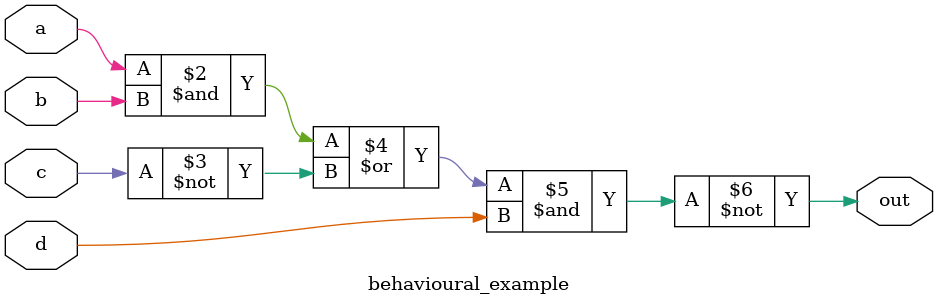
<source format=v>
`timescale 1ns / 1ps


module behavioural_example(
    input a,
    input b,
    input c,
    input d,
    output reg out
    );
    always@(a, b, c, d) begin
        out = ~(((a & b) | (~c))&d);
    end
endmodule

</source>
